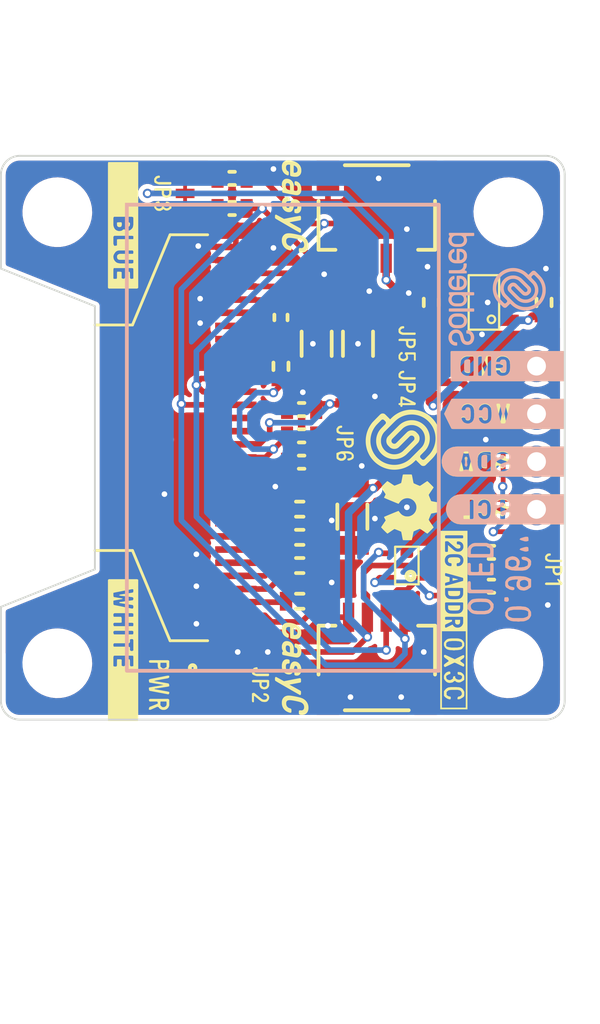
<source format=kicad_pcb>
(kicad_pcb (version 20211014) (generator pcbnew)
  (title_block (title "OLED 0.96\"") (date "2021-11-26") (rev "V1.2.2.") (company "SOLDERED") (comment 1 "333099"))
  (layers (0 "F.Cu" signal) (31 "B.Cu" signal) (34 "B.Paste" user) (35 "F.Paste" user) (36 "B.SilkS" user "B.Silkscreen") (37 "F.SilkS" user "F.Silkscreen") (38 "B.Mask" user) (39 "F.Mask" user) (44 "Edge.Cuts" user))
  (net 0 "")
  (net 1 "GND")
  (net 2 "Net-(C1-Pad2)")
  (net 3 "3V3")
  (net 4 "Net-(C5-Pad1)")
  (net 5 "Net-(C5-Pad2)")
  (net 6 "Net-(C7-Pad1)")
  (net 7 "Net-(C8-Pad1)")
  (net 8 "Net-(C8-Pad2)")
  (net 9 "Net-(C9-Pad1)")
  (net 10 "Net-(D1-Pad1)")
  (net 11 "SCL_PULL5")
  (net 12 "VCC")
  (net 13 "SDA_PULL5")
  (net 14 "Net-(JP2-Pad2)")
  (net 15 "SCL_PULL3,3")
  (net 16 "SDA_PULL3,3")
  (net 17 "Net-(JP6-Pad1)")
  (net 18 "SCL3,3")
  (net 19 "SDA3,3")
  (net 20 "SDA5")
  (net 21 "SCL5")
  (net 22 "CS")
  (net 23 "RST")
  (net 24 "Net-(R9-Pad1)")
  (footprint "buzzardLabel" (layer "F.Cu") (at 136.3 103.7 -90)
    (fp_text reference "" (at 0 0 90) (layer "F.SilkS") (effects (font (size 1.27 1.27))))
    (fp_text value "" (at 0 0 90) (layer "F.SilkS") (effects (font (size 1.27 1.27))))
  )
  (footprint "e-radionica.com footprinti:HOLE_3.2mm" (layer "F.Cu") (at 154.7 128.7 -90)
    (fp_text reference "H1" hide)
    (fp_text value "HOLE_3.2mm" hide)
    (pad "" np_thru_hole circle locked (at 0 0 270) (size 3.2 3.2) (drill 3.2) (layers F&B.Cu *.Mask))
  )
  (footprint "buzzardLabel" (layer "F.Cu") (at 136.1 129.85 -90)
    (fp_text reference "" (at 0 0 90) (layer "F.SilkS") (effects (font (size 1.27 1.27))))
    (fp_text value "" (at 0 0 90) (layer "F.SilkS") (effects (font (size 1.27 1.27))))
  )
  (footprint "e-radionica.com footprinti:HOLE_3.2mm" (layer "F.Cu") (at 130.7 104.7 -90)
    (fp_text reference "H2" hide)
    (fp_text value "HOLE_3.2mm" hide)
    (pad "" np_thru_hole circle locked (at 0 0 270) (size 3.2 3.2) (drill 3.2) (layers F&B.Cu *.Mask))
  )
  (footprint "e-radionica.com footprinti:0603R" (layer "F.Cu") (at 153.8 124.6)
    (fp_text reference "R3")
    (fp_text value "10k")
    (pad "1" smd rect locked (at -0.775 0 90) (size 1 0.64) (layers "F.Cu" "F.Paste" "F.Mask") (net 20 "SDA5"))
    (pad "2" smd rect locked (at 0.775 0 90) (size 1 0.64) (layers "F.Cu" "F.Paste" "F.Mask") (net 13 "SDA_PULL5"))
  )
  (footprint "e-radionica.com footprinti:SMD_JUMPER" (layer "F.Cu") (at 146 115.2 -90)
    (fp_text reference "JP6")
    (fp_text value "SMD_JUMPER")
    (pad "1" smd rect (at -0.35 0 270) (size 0.5 1) (layers "F.Cu" "F.Mask") (net 17 "Net-(JP6-Pad1)"))
    (pad "2" smd rect (at 0.35 0 270) (size 0.5 1) (layers "F.Cu" "F.Mask") (net 3 "3V3"))
  )
  (footprint "e-radionica.com footprinti:1206C" (layer "F.Cu") (at 144.5 111.7 -90)
    (fp_text reference "C7")
    (fp_text value "10u")
    (pad "1" smd rect locked (at -1.525 0) (size 1.75 1) (layers "F.Cu" "F.Paste" "F.Mask") (net 6 "Net-(C7-Pad1)"))
    (pad "2" smd rect locked (at 1.525 0) (size 1.75 1) (layers "F.Cu" "F.Paste" "F.Mask") (net 1 "GND"))
  )
  (footprint "e-radionica.com footprinti:0402R" (layer "F.Cu") (at 138.6 129.85 -90)
    (fp_text reference "R5")
    (fp_text value "2k2")
    (pad "1" smd rect locked (at -0.5 0) (size 0.64 0.54) (layers "F.Cu" "F.Paste" "F.Mask") (net 14 "Net-(JP2-Pad2)"))
    (pad "2" smd rect locked (at 0.5 0) (size 0.64 0.54) (layers "F.Cu" "F.Paste" "F.Mask") (net 10 "Net-(D1-Pad1)"))
  )
  (footprint "e-radionica.com footprinti:0603R" (layer "F.Cu") (at 142.6 110.3 -90)
    (fp_text reference "R9")
    (fp_text value "390k")
    (pad "1" smd rect locked (at -0.775 0) (size 1 0.64) (layers "F.Cu" "F.Paste" "F.Mask") (net 24 "Net-(R9-Pad1)"))
    (pad "2" smd rect locked (at 0.775 0) (size 1 0.64) (layers "F.Cu" "F.Paste" "F.Mask") (net 1 "GND"))
  )
  (footprint "e-radionica.com footprinti:FIDUCIAL_23" (layer "F.Cu") (at 135.3 116.8 -90)
    (fp_text reference "FD1")
    (fp_text value "FIDUCIAL")
    (fp_circle (center 0 0) (end 1 0) (layer "F.Cu") (width 0.2) (fill none))
    (pad "1" smd circle (at 0 0 270) (size 1 1) (layers "F.Cu" "F.Paste" "F.Mask") (clearance 1.1))
  )
  (footprint "e-radionica.com footprinti:HEADER_MALE_4X1" (layer "F.Cu") (at 156.2 116.7 -90)
    (fp_text reference "K3")
    (fp_text value "HEADER_MALE_4X1")
    (pad "1" thru_hole circle locked (at -3.81 0 270) (size 1.7 1.7) (drill 1) (layers *.Cu *.Mask) (net 1 "GND"))
    (pad "2" thru_hole circle locked (at -1.27 0 270) (size 1.7 1.7) (drill 1) (layers *.Cu *.Mask) (net 12 "VCC"))
    (pad "3" thru_hole circle locked (at 1.27 0 270) (size 1.7 1.7) (drill 1) (layers *.Cu *.Mask) (net 20 "SDA5"))
    (pad "4" thru_hole circle locked (at 3.81 0 270) (size 1.7 1.7) (drill 1) (layers *.Cu *.Mask) (net 21 "SCL5"))
  )
  (footprint "e-radionica.com footprinti:0402LED" (layer "F.Cu") (at 137.3 129.85 90)
    (fp_text reference "D1")
    (fp_text value "purple")
    (pad "1" smd rect locked (at -0.55 0 180) (size 0.75 0.45) (layers "F.Cu" "F.Paste" "F.Mask") (net 10 "Net-(D1-Pad1)"))
    (pad "2" smd rect locked (at 0.55 0 180) (size 0.75 0.45) (layers "F.Cu" "F.Paste" "F.Mask") (net 1 "GND"))
  )
  (footprint "e-radionica.com footprinti:0603R" (layer "F.Cu") (at 143.7 116.6)
    (fp_text reference "R7")
    (fp_text value "10k")
    (pad "1" smd rect locked (at -0.775 0 90) (size 1 0.64) (layers "F.Cu" "F.Paste" "F.Mask") (net 23 "RST"))
    (pad "2" smd rect locked (at 0.775 0 90) (size 1 0.64) (layers "F.Cu" "F.Paste" "F.Mask") (net 3 "3V3"))
  )
  (footprint "e-radionica.com footprinti:1206C" (layer "F.Cu") (at 146.4 120.9 -90)
    (fp_text reference "C3")
    (fp_text value "10u")
    (pad "1" smd rect locked (at -1.525 0) (size 1.75 1) (layers "F.Cu" "F.Paste" "F.Mask") (net 3 "3V3"))
    (pad "2" smd rect locked (at 1.525 0) (size 1.75 1) (layers "F.Cu" "F.Paste" "F.Mask") (net 1 "GND"))
  )
  (footprint "e-radionica.com footprinti:0603R" (layer "F.Cu") (at 143.7 115.2)
    (fp_text reference "R8")
    (fp_text value "10k")
    (pad "1" smd rect locked (at -0.775 0 90) (size 1 0.64) (layers "F.Cu" "F.Paste" "F.Mask") (net 1 "GND"))
    (pad "2" smd rect locked (at 0.775 0 90) (size 1 0.64) (layers "F.Cu" "F.Paste" "F.Mask") (net 17 "Net-(JP6-Pad1)"))
  )
  (footprint "buzzardLabel" (layer "F.Cu") (at 158.1 115.43 180)
    (fp_text reference "" (at 0 0) (layer "F.SilkS") (effects (font (size 1.27 1.27))))
    (fp_text value "" (at 0 0) (layer "F.SilkS") (effects (font (size 1.27 1.27))))
  )
  (footprint "e-radionica.com footprinti:0603C" (layer "F.Cu") (at 156.6 109.5 -90)
    (fp_text reference "C1")
    (fp_text value "2u2")
    (pad "1" smd rect locked (at -0.73 0 270) (size 0.66 1) (layers "F.Cu" "F.Paste" "F.Mask") (net 1 "GND"))
    (pad "2" smd rect locked (at 0.73 0 270) (size 0.66 1) (layers "F.Cu" "F.Paste" "F.Mask") (net 2 "Net-(C1-Pad2)"))
  )
  (footprint "Soldered Graphics:Logo-Front-easyC-5mm" (layer "F.Cu") (at 143.2 129 -90)
    (fp_text reference "G***" hide)
    (fp_text value "LOGO" hide)
  )
  (footprint "e-radionica.com footprinti:0603R" (layer "F.Cu") (at 143.7 118)
    (fp_text reference "R6")
    (fp_text value "10k")
    (pad "1" smd rect locked (at -0.775 0 90) (size 1 0.64) (layers "F.Cu" "F.Paste" "F.Mask") (net 22 "CS"))
    (pad "2" smd rect locked (at 0.775 0 90) (size 1 0.64) (layers "F.Cu" "F.Paste" "F.Mask") (net 3 "3V3"))
  )
  (footprint "e-radionica.com footprinti:SOT-363" (layer "F.Cu") (at 149.3 123.5 180)
    (fp_text reference "U1")
    (fp_text value "NMOS-DUAL")
    (pad "1" smd rect (at -0.92 -0.65 270) (size 0.3 0.66) (layers "F.Cu" "F.Paste" "F.Mask") (net 19 "SDA3,3"))
    (pad "2" smd rect (at -0.92 0 270) (size 0.3 0.66) (layers "F.Cu" "F.Paste" "F.Mask") (net 3 "3V3"))
    (pad "3" smd rect (at -0.92 0.65 270) (size 0.3 0.66) (layers "F.Cu" "F.Paste" "F.Mask") (net 21 "SCL5"))
    (pad "4" smd rect (at 0.92 0.65 270) (size 0.3 0.66) (layers "F.Cu" "F.Paste" "F.Mask") (net 18 "SCL3,3"))
    (pad "5" smd rect (at 0.92 0 270) (size 0.3 0.66) (layers "F.Cu" "F.Paste" "F.Mask") (net 3 "3V3"))
    (pad "6" smd rect (at 0.92 -0.65 270) (size 0.3 0.66) (layers "F.Cu" "F.Paste" "F.Mask") (net 20 "SDA5"))
  )
  (footprint "e-radionica.com footprinti:SMD_JUMPER_3_PAD_TRACE" (layer "F.Cu") (at 155.9 123.7 -90)
    (fp_text reference "JP1")
    (fp_text value "SMD_JUMPER_3_PAD_TRACE")
    (fp_poly (pts (xy -0.25 0.05) (xy -0.45 0.05) (xy -0.45 -0.05) (xy -0.25 -0.05)) (layer "F.Cu") (width 0.1) (fill solid))
    (fp_poly (pts (xy 0.45 0.05) (xy 0.25 0.05) (xy 0.25 -0.05) (xy 0.45 -0.05)) (layer "F.Cu") (width 0.1) (fill solid))
    (pad "1" smd rect (at -0.7 0 90) (size 0.5 1) (layers "F.Cu" "F.Mask") (net 11 "SCL_PULL5"))
    (pad "2" smd custom (at 0 0 90) (size 0.5 1) (layers "F.Cu" "F.Mask") (net 12 "VCC") (options (clearance outline) (anchor rect)) (primitives))
    (pad "3" smd rect (at 0.7 0 90) (size 0.5 1) (layers "F.Cu" "F.Mask") (net 13 "SDA_PULL5"))
  )
  (footprint "Soldered Graphics:Symbol-Front-I2C-ADDR-Field" (layer "F.Cu") (at 151.8 126.4 -90)
    (fp_text reference "REF**" hide)
    (fp_text value "Symbol-Front-I2C-ADDR-Field" hide)
  )
  (footprint "e-radionica.com footprinti:0603C" (layer "F.Cu") (at 143.6 125.4)
    (fp_text reference "C8")
    (fp_text value "2u2")
    (pad "1" smd rect locked (at -0.73 0) (size 0.66 1) (layers "F.Cu" "F.Paste" "F.Mask") (net 7 "Net-(C8-Pad1)"))
    (pad "2" smd rect locked (at 0.73 0) (size 0.66 1) (layers "F.Cu" "F.Paste" "F.Mask") (net 8 "Net-(C8-Pad2)"))
  )
  (footprint "buzzardLabel" (layer "F.Cu") (at 158.1 120.51 180)
    (fp_text reference "" (at 0 0) (layer "F.SilkS") (effects (font (size 1.27 1.27))))
    (fp_text value "" (at 0 0) (layer "F.SilkS") (effects (font (size 1.27 1.27))))
  )
  (footprint "e-radionica.com footprinti:SMD_JUMPER" (layer "F.Cu") (at 150.5 111.7 90)
    (fp_text reference "JP5")
    (fp_text value "SMD_JUMPER")
    (pad "1" smd rect (at -0.35 0 90) (size 0.5 1) (layers "F.Cu" "F.Mask") (net 12 "VCC"))
    (pad "2" smd rect (at 0.35 0 90) (size 0.5 1) (layers "F.Cu" "F.Mask") (net 3 "3V3"))
  )
  (footprint "Soldered Graphics:Logo-Front-easyC-5mm" (layer "F.Cu") (at 143.2 104.4 -90)
    (fp_text reference "G***" hide)
    (fp_text value "LOGO" hide)
  )
  (footprint "e-radionica.com footprinti:easyC-connector" (layer "F.Cu") (at 147.7 105)
    (fp_text reference "K2")
    (fp_text value "easyC-SMD")
    (pad "1" smd rect locked (at -1.5 2.15) (size 0.6 1.55) (layers "F.Cu" "F.Paste" "F.Mask") (net 18 "SCL3,3"))
    (pad "2" smd rect locked (at -0.5 2.15) (size 0.6 1.55) (layers "F.Cu" "F.Paste" "F.Mask") (net 19 "SDA3,3"))
    (pad "3" smd rect locked (at 0.5 2.15) (size 0.6 1.55) (layers "F.Cu" "F.Paste" "F.Mask") (net 3 "3V3"))
    (pad "4" smd rect locked (at 1.5 2.15) (size 0.6 1.55) (layers "F.Cu" "F.Paste" "F.Mask") (net 1 "GND"))
    (pad "5" smd rect locked (at 2.6 -2.15) (size 1.2 1.8) (layers "F.Cu" "F.Paste" "F.Mask") (net 1 "GND"))
    (pad "5" smd rect locked (at -2.6 -2.15) (size 1.2 1.8) (layers "F.Cu" "F.Paste" "F.Mask") (net 1 "GND"))
  )
  (footprint "e-radionica.com footprinti:SMD-JUMPER-CONNECTED_TRACE_SLODERMASK" (layer "F.Cu") (at 150.5 114.1 90)
    (fp_text reference "JP4")
    (fp_text value "SMD-JUMPER-CONNECTED_TRACE_SLODERMASK")
    (fp_poly (pts (xy 0.1 0.1) (xy -0.1 0.1) (xy -0.1 -0.1) (xy 0.1 -0.1)) (layer "F.Cu") (width 0.1) (fill solid))
    (pad "1" smd rect (at -0.35 0 90) (size 0.5 1) (layers "F.Cu" "F.Mask") (net 2 "Net-(C1-Pad2)"))
    (pad "2" smd rect (at 0.35 0 90) (size 0.5 1) (layers "F.Cu" "F.Mask") (net 12 "VCC"))
  )
  (footprint "e-radionica.com footprinti:0603R" (layer "F.Cu") (at 140 102.9)
    (fp_text reference "R1")
    (fp_text value "10k")
    (pad "1" smd rect locked (at -0.775 0 90) (size 1 0.64) (layers "F.Cu" "F.Paste" "F.Mask") (net 16 "SDA_PULL3,3"))
    (pad "2" smd rect locked (at 0.775 0 90) (size 1 0.64) (layers "F.Cu" "F.Paste" "F.Mask") (net 19 "SDA3,3"))
  )
  (footprint "buzzardLabel" (layer "F.Cu") (at 157.1 123.7 -90)
    (fp_text reference "" (at 0 0 90) (layer "F.SilkS") (effects (font (size 1.27 1.27))))
    (fp_text value "" (at 0 0 90) (layer "F.SilkS") (effects (font (size 1.27 1.27))))
  )
  (footprint "e-radionica.com footprinti:easyC-connector" (layer "F.Cu") (at 147.7 128.4 180)
    (fp_text reference "K1")
    (fp_text value "easyC-SMD")
    (pad "1" smd rect locked (at -1.5 2.15 180) (size 0.6 1.55) (layers "F.Cu" "F.Paste" "F.Mask") (net 18 "SCL3,3"))
    (pad "2" smd rect locked (at -0.5 2.15 180) (size 0.6 1.55) (layers "F.Cu" "F.Paste" "F.Mask") (net 19 "SDA3,3"))
    (pad "3" smd rect locked (at 0.5 2.15 180) (size 0.6 1.55) (layers "F.Cu" "F.Paste" "F.Mask") (net 3 "3V3"))
    (pad "4" smd rect locked (at 1.5 2.15 180) (size 0.6 1.55) (layers "F.Cu" "F.Paste" "F.Mask") (net 1 "GND"))
    (pad "5" smd rect locked (at 2.6 -2.15 180) (size 1.2 1.8) (layers "F.Cu" "F.Paste" "F.Mask") (net 1 "GND"))
    (pad "5" smd rect locked (at -2.6 -2.15 180) (size 1.2 1.8) (layers "F.Cu" "F.Paste" "F.Mask") (net 1 "GND"))
  )
  (footprint "e-radionica.com footprinti:HOLE_3.2mm" (layer "F.Cu") (at 130.7 128.7 -90)
    (fp_text reference "H3" hide)
    (fp_text value "HOLE_3.2mm" hide)
    (pad "" np_thru_hole circle locked (at 0 0 270) (size 3.2 3.2) (drill 3.2) (layers F&B.Cu *.Mask))
  )
  (footprint "e-radionica.com footprinti:OLED_GME128x64_30p" (layer "F.Cu") (at 140.2 116.7 90)
    (fp_text reference "U3")
    (fp_text value "OLED_GME12864_30p")
    (pad "1" smd rect locked (at -10.15 0 90) (size 0.35 2.2) (layers "F.Cu" "F.Paste" "F.Mask") (net 1 "GND"))
    (pad "2" smd rect locked (at -9.45 0 90) (size 0.35 2.2) (layers "F.Cu" "F.Paste" "F.Mask") (net 8 "Net-(C8-Pad2)"))
    (pad "3" smd rect locked (at -8.75 0 90) (size 0.35 2.2) (layers "F.Cu" "F.Paste" "F.Mask") (net 7 "Net-(C8-Pad1)"))
    (pad "4" smd rect locked (at -8.05 0 90) (size 0.35 2.2) (layers "F.Cu" "F.Paste" "F.Mask") (net 5 "Net-(C5-Pad2)"))
    (pad "5" smd rect locked (at -7.35 0 90) (size 0.35 2.2) (layers "F.Cu" "F.Paste" "F.Mask") (net 4 "Net-(C5-Pad1)"))
    (pad "6" smd rect locked (at -6.65 0 90) (size 0.35 2.2) (layers "F.Cu" "F.Paste" "F.Mask") (net 3 "3V3"))
    (pad "7" smd rect locked (at -5.95 0 90) (size 0.35 2.2) (layers "F.Cu" "F.Paste" "F.Mask"))
    (pad "8" smd rect locked (at -5.25 0 90) (size 0.35 2.2) (layers "F.Cu" "F.Paste" "F.Mask") (net 1 "GND"))
    (pad "9" smd rect locked (at -4.55 0 90) (size 0.35 2.2) (layers "F.Cu" "F.Paste" "F.Mask") (net 3 "3V3"))
    (pad "10" smd rect locked (at -3.85 0 90) (size 0.35 2.2) (layers "F.Cu" "F.Paste" "F.Mask") (net 1 "GND"))
    (pad "11" smd rect locked (at -3.15 0 90) (size 0.35 2.2) (layers "F.Cu" "F.Paste" "F.Mask") (net 3 "3V3"))
    (pad "12" smd rect locked (at -2.45 0 90) (size 0.35 2.2) (layers "F.Cu" "F.Paste" "F.Mask") (net 1 "GND"))
    (pad "13" smd rect locked (at -1.75 0 90) (size 0.35 2.2) (layers "F.Cu" "F.Paste" "F.Mask") (net 22 "CS"))
    (pad "14" smd rect locked (at -1.05 0 90) (size 0.35 2.2) (layers "F.Cu" "F.Paste" "F.Mask") (net 23 "RST"))
    (pad "15" smd rect locked (at -0.35 0 90) (size 0.35 2.2) (layers "F.Cu" "F.Paste" "F.Mask") (net 17 "Net-(JP6-Pad1)"))
    (pad "16" smd rect locked (at 0.35 0 90) (size 0.35 2.2) (layers "F.Cu" "F.Paste" "F.Mask"))
    (pad "17" smd rect locked (at 1.05 0 90) (size 0.35 2.2) (layers "F.Cu" "F.Paste" "F.Mask"))
    (pad "18" smd rect locked (at 1.75 0 90) (size 0.35 2.2) (layers "F.Cu" "F.Paste" "F.Mask") (net 18 "SCL3,3"))
    (pad "19" smd rect locked (at 2.45 0 90) (size 0.35 2.2) (layers "F.Cu" "F.Paste" "F.Mask") (net 19 "SDA3,3"))
    (pad "20" smd rect locked (at 3.15 0 90) (size 0.35 2.2) (layers "F.Cu" "F.Paste" "F.Mask") (net 19 "SDA3,3"))
    (pad "21" smd rect locked (at 3.85 0 90) (size 0.35 2.2) (layers "F.Cu" "F.Paste" "F.Mask"))
    (pad "22" smd rect locked (at 4.55 0 90) (size 0.35 2.2) (layers "F.Cu" "F.Paste" "F.Mask"))
    (pad "23" smd rect locked (at 5.25 0 90) (size 0.35 2.2) (layers "F.Cu" "F.Paste" "F.Mask"))
    (pad "24" smd rect locked (at 5.95 0 90) (size 0.35 2.2) (layers "F.Cu" "F.Paste" "F.Mask"))
    (pad "25" smd rect locked (at 6.65 0 90) (size 0.35 2.2) (layers "F.Cu" "F.Paste" "F.Mask"))
    (pad "26" smd rect locked (at 7.35 0 90) (size 0.35 2.2) (layers "F.Cu" "F.Paste" "F.Mask") (net 24 "Net-(R9-Pad1)"))
    (pad "27" smd rect locked (at 8.05 0 90) (size 0.35 2.2) (layers "F.Cu" "F.Paste" "F.Mask") (net 6 "Net-(C7-Pad1)"))
    (pad "28" smd rect locked (at 8.75 0 90) (size 0.35 2.2) (layers "F.Cu" "F.Paste" "F.Mask") (net 9 "Net-(C9-Pad1)"))
    (pad "29" smd rect locked (at 9.45 0 90) (size 0.35 2.2) (layers "F.Cu" "F.Paste" "F.Mask") (net 1 "GND"))
    (pad "30" smd rect locked (at 10.15 0 90) (size 0.35 2.2) (layers "F.Cu" "F.Paste" "F.Mask") (net 1 "GND"))
  )
  (footprint "buzzardLabel" (layer "F.Cu") (at 151.8 129 -90)
    (fp_text reference "" (at 0 0 90) (layer "F.SilkS") (effects (font (size 1.27 1.27))))
    (fp_text value "" (at 0 0 90) (layer "F.SilkS") (effects (font (size 1.27 1.27))))
  )
  (footprint "e-radionica.com footprinti:0603C" (layer "F.Cu") (at 142.6 112.9 90)
    (fp_text reference "C10")
    (fp_text value "100n")
    (pad "1" smd rect locked (at -0.73 0 90) (size 0.66 1) (layers "F.Cu" "F.Paste" "F.Mask") (net 23 "RST"))
    (pad "2" smd rect locked (at 0.73 0 90) (size 0.66 1) (layers "F.Cu" "F.Paste" "F.Mask") (net 1 "GND"))
  )
  (footprint "buzzardLabel" (layer "F.Cu") (at 149.3 111.7 -90)
    (fp_text reference "" (at 0 0 90) (layer "F.SilkS") (effects (font (size 1.27 1.27))))
    (fp_text value "" (at 0 0 90) (layer "F.SilkS") (effects (font (size 1.27 1.27))))
  )
  (footprint "Soldered Graphics:Logo-Back-SolderedVERTICAL-6mm" (layer "F.Cu") (at 154.1 108.8 -90)
    (fp_text reference "G***" hide)
    (fp_text value "LOGO" hide)
  )
  (footprint "e-radionica.com footprinti:0603R" (layer "F.Cu") (at 140 104.5 180)
    (fp_text reference "R4")
    (fp_text value "10k")
    (pad "1" smd rect locked (at -0.775 0 270) (size 1 0.64) (layers "F.Cu" "F.Paste" "F.Mask") (net 18 "SCL3,3"))
    (pad "2" smd rect locked (at 0.775 0 270) (size 1 0.64) (layers "F.Cu" "F.Paste" "F.Mask") (net 15 "SCL_PULL3,3"))
  )
  (footprint "Soldered Graphics:Logo-Front-Soldered-4mm" (layer "F.Cu") (at 149.1 116.8 90)
    (fp_text reference "G***" hide)
    (fp_text value "LOGO" hide)
  )
  (footprint "e-radionica.com footprinti:0603C" (layer "F.Cu") (at 143.6 122)
    (fp_text reference "C6")
    (fp_text value "100n")
    (pad "1" smd rect locked (at -0.73 0) (size 0.66 1) (layers "F.Cu" "F.Paste" "F.Mask") (net 3 "3V3"))
    (pad "2" smd rect locked (at 0.73 0) (size 0.66 1) (layers "F.Cu" "F.Paste" "F.Mask") (net 1 "GND"))
  )
  (footprint "Soldered Graphics:Logo-Front-OSH-3.5mm" (layer "F.Cu") (at 149.5 120.4 -90)
    (fp_text reference "G***" hide)
    (fp_text value "LOGO" hide)
  )
  (footprint "Soldered Graphics:Version1.1.1." (layer "F.Cu") (at 128.5 129.7 -90)
    (fp_text reference "REF**" hide)
    (fp_text value "Version1.1.1." hide)
    (fp_poly (pts (xy -1.15 0.35) (xy -1.1 0.35) (xy -1.07 0.31) (xy -0.92 -0.1) (xy -0.94 -0.13) (xy -0.99 -0.13) (xy -1.02 -0.1) (xy -1.11 0.16) (xy -1.13 0.21) (xy -1.15 0.17) (xy -1.24 -0.09) (xy -1.26 -0.13) (xy -1.32 -0.13) (xy -1.34 -0.1) (xy -1.18 0.31) (xy -1.15 0.35)) (layer "F.Cu") (width 0.01) (fill solid))
    (fp_poly (pts (xy 0.21 0.35) (xy 0.26 0.35) (xy 0.28 0.31) (xy 0.28 -0.35) (xy 0.24 -0.38) (xy 0.19 -0.38) (xy 0.15 -0.34) (xy 0.04 -0.22) (xy 0.02 -0.17) (xy 0.05 -0.16) (xy 0.14 -0.22) (xy 0.18 -0.23) (xy 0.18 0.31) (xy 0.21 0.35)) (layer "F.Cu") (width 0.01) (fill solid))
    (fp_poly (pts (xy -0.27 0.38) (xy -0.22 0.38) (xy -0.17 0.37) (xy -0.16 0.33) (xy -0.16 0.27) (xy -0.21 0.26) (xy -0.26 0.26) (xy -0.29 0.29) (xy -0.29 0.34) (xy -0.27 0.38)) (layer "F.Cu") (width 0.01) (fill solid))
    (fp_poly (pts (xy 0.91 0.35) (xy 0.96 0.35) (xy 0.98 0.31) (xy 0.98 -0.35) (xy 0.95 -0.38) (xy 0.89 -0.38) (xy 0.86 -0.34) (xy 0.74 -0.22) (xy 0.73 -0.17) (xy 0.76 -0.16) (xy 0.85 -0.22) (xy 0.89 -0.23) (xy 0.89 0.31) (xy 0.91 0.35)) (layer "F.Cu") (width 0.01) (fill solid))
    (fp_poly (pts (xy -0.5 0.35) (xy -0.44 0.35) (xy -0.43 0.31) (xy -0.43 -0.35) (xy -0.46 -0.38) (xy -0.52 -0.38) (xy -0.55 -0.34) (xy -0.67 -0.22) (xy -0.68 -0.17) (xy -0.65 -0.16) (xy -0.56 -0.22) (xy -0.52 -0.23) (xy -0.52 0.31) (xy -0.5 0.35)) (layer "F.Cu") (width 0.01) (fill solid))
    (fp_poly (pts (xy 1.14 0.38) (xy 1.19 0.38) (xy 1.24 0.37) (xy 1.25 0.33) (xy 1.25 0.27) (xy 1.2 0.26) (xy 1.15 0.26) (xy 1.12 0.29) (xy 1.12 0.34) (xy 1.14 0.38)) (layer "F.Cu") (width 0.01) (fill solid))
    (fp_poly (pts (xy 0.43 0.38) (xy 0.48 0.38) (xy 0.54 0.37) (xy 0.54 0.33) (xy 0.54 0.27) (xy 0.5 0.26) (xy 0.45 0.26) (xy 0.42 0.29) (xy 0.42 0.34) (xy 0.43 0.38)) (layer "F.Cu") (width 0.01) (fill solid))
  )
  (footprint "e-radionica.com footprinti:0603R" (layer "F.Cu") (at 153.8 122.8 180)
    (fp_text reference "R2")
    (fp_text value "10k")
    (pad "1" smd rect locked (at -0.775 0 270) (size 1 0.64) (layers "F.Cu" "F.Paste" "F.Mask") (net 11 "SCL_PULL5"))
    (pad "2" smd rect locked (at 0.775 0 270) (size 1 0.64) (layers "F.Cu" "F.Paste" "F.Mask") (net 21 "SCL5"))
  )
  (footprint "e-radionica.com footprinti:0603C" (layer "F.Cu") (at 150.6 109.5 -90)
    (fp_text reference "C2")
    (fp_text value "2u2")
    (pad "1" smd rect locked (at -0.73 0 270) (size 0.66 1) (layers "F.Cu" "F.Paste" "F.Mask") (net 1 "GND"))
    (pad "2" smd rect locked (at 0.73 0 270) (size 0.66 1) (layers "F.Cu" "F.Paste" "F.Mask") (net 3 "3V3"))
  )
  (footprint "buzzardLabel" (layer "F.Cu") (at 149.3 114.1 -90)
    (fp_text reference "" (at 0 0 90) (layer "F.SilkS") (effects (font (size 1.27 1.27))))
    (fp_text value "" (at 0 0 90) (layer "F.SilkS") (effects (font (size 1.27 1.27))))
  )
  (footprint "buzzardLabel" (layer "F.Cu") (at 158.1 112.89 180)
    (fp_text reference "" (at 0 0) (layer "F.SilkS") (effects (font (size 1.27 1.27))))
    (fp_text value "" (at 0 0) (layer "F.SilkS") (effects (font (size 1.27 1.27))))
  )
  (footprint "e-radionica.com footprinti:HOLE_3.2mm" (layer "F.Cu") (at 154.7 104.7 -90)
    (fp_text reference "H4" hide)
    (fp_text value "HOLE_3.2mm" hide)
    (pad "" np_thru_hole circle locked (at 0 0 270) (size 3.2 3.2) (drill 3.2) (layers F&B.Cu *.Mask))
  )
  (footprint "e-radionica.com footprinti:0603C" (layer "F.Cu") (at 143.6 120.5)
    (fp_text reference "C4")
    (fp_text value "1u")
    (pad "1" smd rect locked (at -0.73 0) (size 0.66 1) (layers "F.Cu" "F.Paste" "F.Mask") (net 3 "3V3"))
    (pad "2" smd rect locked (at 0.73 0) (size 0.66 1) (layers "F.Cu" "F.Paste" "F.Mask") (net 1 "GND"))
  )
  (footprint "buzzardLabel" (layer "F.Cu") (at 146 117 -90)
    (fp_text reference "" (at 0 0 90) (layer "F.SilkS") (effects (font (size 1.27 1.27))))
    (fp_text value "" (at 0 0 90) (layer "F.SilkS") (effects (font (size 1.27 1.27))))
  )
  (footprint "e-radionica.com footprinti:SMD-JUMPER-CONNECTED_TRACE_SLODERMASK" (layer "F.Cu") (at 140.3 129.85 90)
    (fp_text reference "JP2")
    (fp_text value "SMD-JUMPER-CONNECTED_TRACE_SLODERMASK")
    (fp_poly (pts (xy 0.1 0.1) (xy -0.1 0.1) (xy -0.1 -0.1) (xy 0.1 -0.1)) (layer "F.Cu") (width 0.1) (fill solid))
    (pad "1" smd rect (at -0.35 0 90) (size 0.5 1) (layers "F.Cu" "F.Mask") (net 3 "3V3"))
    (pad "2" smd rect (at 0.35 0 90) (size 0.5 1) (layers "F.Cu" "F.Mask") (net 14 "Net-(JP2-Pad2)"))
  )
  (footprint "buzzardLabel" (layer "F.Cu") (at 134.2 105.4 -90)
    (fp_text reference "" (at 0 0 90) (layer "F.SilkS") (effects (font (size 1.27 1.27))))
    (fp_text value "" (at 0 0 90) (layer "F.SilkS") (effects (font (size 1.27 1.27))))
  )
  (footprint "buzzardLabel" (layer "F.Cu") (at 134.2 128 -90)
    (fp_text reference "" (at 0 0 90) (layer "F.SilkS") (effects (font (size 1.27 1.27))))
    (fp_text value "" (at 0 0 90) (layer "F.SilkS") (effects (font (size 1.27 1.27))))
  )
  (footprint "buzzardLabel" (layer "F.Cu") (at 158.1 117.97 180)
    (fp_text reference "" (at 0 0) (layer "F.SilkS") (effects (font (size 1.27 1.27))))
    (fp_text value "" (at 0 0) (layer "F.SilkS") (effects (font (size 1.27 1.27))))
  )
  (footprint "e-radionica.com footprinti:0603C" (layer "F.Cu") (at 143.6 123.5)
    (fp_text reference "C5")
    (fp_text value "2u2")
    (pad "1" smd rect locked (at -0.73 0) (size 0.66 1) (layers "F.Cu" "F.Paste" "F.Mask") (net 4 "Net-(C5-Pad1)"))
    (pad "2" smd rect locked (at 0.73 0) (size 0.66 1) (layers "F.Cu" "F.Paste" "F.Mask") (net 5 "Net-(C5-Pad2)"))
  )
  (footprint "e-radionica.com footprinti:SOT-23-5" (layer "F.Cu") (at 153.4 109.5 180)
    (fp_text reference "U2")
    (fp_text value "SE5218")
    (pad "1" smd rect (at -1.3 -0.95 180) (size 1.1 0.6) (layers "F.Cu" "F.Paste" "F.Mask") (net 2 "Net-(C1-Pad2)"))
    (pad "2" smd rect (at -1.3 0 180) (size 1.1 0.6) (layers "F.Cu" "F.Paste" "F.Mask") (net 1 "GND"))
    (pad "3" smd rect (at -1.3 0.95 180) (size 1.1 0.6) (layers "F.Cu" "F.Paste" "F.Mask") (net 2 "Net-(C1-Pad2)"))
    (pad "4" smd rect (at 1.3 0.95 180) (size 1.1 0.6) (layers "F.Cu" "F.Paste" "F.Mask"))
    (pad "5" smd rect (at 1.3 -0.95 180) (size 1.1 0.6) (layers "F.Cu" "F.Paste" "F.Mask") (net 3 "3V3"))
  )
  (footprint "e-radionica.com footprinti:1206C" (layer "F.Cu") (at 146.7 111.7 -90)
    (fp_text reference "C9")
    (fp_text value "10u")
    (pad "1" smd rect locked (at -1.525 0) (size 1.75 1) (layers "F.Cu" "F.Paste" "F.Mask") (net 9 "Net-(C9-Pad1)"))
    (pad "2" smd rect locked (at 1.525 0) (size 1.75 1) (layers "F.Cu" "F.Paste" "F.Mask") (net 1 "GND"))
  )
  (footprint "e-radionica.com footprinti:SMD_JUMPER_3_PAD_TRACE" (layer "F.Cu") (at 137.5 103.7 90)
    (fp_text reference "JP3")
    (fp_text value "SMD_JUMPER_3_PAD_TRACE")
    (fp_poly (pts (xy 0.45 0.05) (xy 0.25 0.05) (xy 0.25 -0.05) (xy 0.45 -0.05)) (layer "F.Cu") (width 0.1) (fill solid))
    (fp_poly (pts (xy -0.25 0.05) (xy -0.45 0.05) (xy -0.45 -0.05) (xy -0.25 -0.05)) (layer "F.Cu") (width 0.1) (fill solid))
    (pad "1" smd rect (at -0.7 0 270) (size 0.5 1) (layers "F.Cu" "F.Mask") (net 15 "SCL_PULL3,3"))
    (pad "2" smd custom (at 0 0 270) (size 0.5 1) (layers "F.Cu" "F.Mask") (net 3 "3V3") (options (clearance outline) (anchor rect)) (primitives))
    (pad "3" smd rect (at 0.7 0 270) (size 0.5 1) (layers "F.Cu" "F.Mask") (net 16 "SDA_PULL3,3"))
  )
  (footprint "buzzardLabel" (layer "F.Cu") (at 141.5 129.85 -90)
    (fp_text reference "" (at 0 0 90) (layer "F.SilkS") (effects (font (size 1.27 1.27))))
    (fp_text value "" (at 0 0 90) (layer "F.SilkS") (effects (font (size 1.27 1.27))))
  )
  (footprint "buzzardLabel" (layer "B.Cu") (at 158.1 120.51 180)
    (fp_text reference "" (at 0 0) (layer "B.SilkS") (effects (font (size 1.27 1.27)) (justify mirror)))
    (fp_text value "" (at 0 0) (layer "B.SilkS") (effects (font (size 1.27 1.27)) (justify mirror)))
  )
  (footprint "buzzardLabel" (layer "B.Cu") (at 158.1 115.43 180)
    (fp_text reference "" (at 0 0) (layer "B.SilkS") (effects (font (size 1.27 1.27)) (justify mirror)))
    (fp_text value "" (at 0 0) (layer "B.SilkS") (effects (font (size 1.27 1.27)) (justify mirror)))
  )
  (footprint "buzzardLabel" (layer "B.Cu") (at 155.2 124.2 90)
    (fp_text reference "" (at 0 0 90) (layer "B.SilkS") (effects (font (size 1.27 1.27)) (justify mirror)))
    (fp_text value "" (at 0 0 90) (layer "B.SilkS") (effects (font (size 1.27 1.27)) (justify mirror)))
  )
  (footprint "buzzardLabel" (layer "B.Cu") (at 158.1 112.89 180)
    (fp_text reference "" (at 0 0) (layer "B.SilkS") (effects (font (size 1.27 1.27)) (justify mirror)))
    (fp_text value "" (at 0 0) (layer "B.SilkS") (effects (font (size 1.27 1.27)) (justify mirror)))
  )
  (footprint "buzzardLabel" (layer "B.Cu") (at 153.2 124.2 90)
    (fp_text reference "" (at 0 0 90) (layer "B.SilkS") (effects (font (size 1.27 1.27)) (justify mirror)))
    (fp_text value "" (at 0 0 90) (layer "B.SilkS") (effects (font (size 1.27 1.27)) (justify mirror)))
  )
  (footprint "buzzardLabel" (layer "B.Cu") (at 158.1 117.97 180)
    (fp_text reference "" (at 0 0) (layer "B.SilkS") (effects (font (size 1.27 1.27)) (justify mirror)))
    (fp_text value "" (at 0 0) (layer "B.SilkS") (effects (font (size 1.27 1.27)) (justify mirror)))
  )
  (gr_rect locked (start 134.4 104.3) (end 151 129.1) (layer "B.SilkS") (width 0.2) (fill none))
  (gr_line (start 138.7 127.5) (end 136.7 127.5) (layer "F.SilkS") (width 0.15))
  (gr_line (start 136.7 105.9) (end 134.7 110.7) (layer "F.SilkS") (width 0.15))
  (gr_line (start 138.7 105.9) (end 136.7 105.9) (layer "F.SilkS") (width 0.15))
  (gr_line (start 136.7 127.5) (end 134.7 122.7) (layer "F.SilkS") (width 0.15))
  (gr_line (start 134.7 110.7) (end 132.7 110.7) (layer "F.SilkS") (width 0.15))
  (gr_line (start 134.7 122.7) (end 132.7 122.7) (layer "F.SilkS") (width 0.15))
  (gr_arc (start 127.7 102.7) (mid 127.992893 101.992893) (end 128.7 101.7) (layer "Edge.Cuts") (width 0.1))
  (gr_line (start 156.7 131.7) (end 128.7 131.7) (layer "Edge.Cuts") (width 0.1))
  (gr_arc (start 128.7 131.7) (mid 127.992893 131.407107) (end 127.7 130.7) (layer "Edge.Cuts") (width 0.1))
  (gr_line (start 157.7 102.7) (end 157.7 130.7) (layer "Edge.Cuts") (width 0.1))
  (gr_arc (start 157.7 130.7) (mid 157.407107 131.407107) (end 156.7 131.7) (layer "Edge.Cuts") (width 0.1))
  (gr_line (start 132.7 123.7) (end 127.7 125.7) (layer "Edge.Cuts") (width 0.1))
  (gr_arc (start 156.7 101.7) (mid 157.407107 101.992893) (end 157.7 102.7) (layer "Edge.Cuts") (width 0.1))
  (gr_line (start 128.7 101.7) (end 156.7 101.7) (layer "Edge.Cuts") (width 0.1))
  (gr_line (start 132.7 109.7) (end 132.7 123.7) (layer "Edge.Cuts") (width 0.1))
  (gr_line (start 127.7 107.7) (end 127.7 102.7) (layer "Edge.Cuts") (width 0.1))
  (gr_line (start 132.7 109.7) (end 127.7 107.7) (layer "Edge.Cuts") (width 0.1))
  (gr_line (start 127.7 130.7) (end 127.7 125.7) (layer "Edge.Cuts") (width 0.1))
  (via (at 147.6 114.5) (size 0.5) (drill 0.3) (layers "F.Cu" "B.Cu") (net 1))
  (via (at 141.9 128.1) (size 0.5) (drill 0.3) (layers "F.Cu" "B.Cu") (net 1))
  (via (at 140.3 128.1) (size 0.5) (drill 0.3) (layers "F.Cu" "B.Cu") (net 1))
  (via (at 138.1 126.6) (size 0.5) (drill 0.3) (layers "F.Cu" "B.Cu") (net 1))
  (via (at 145.1 126.7) (size 0.5) (drill 0.3) (layers "F.Cu" "B.Cu") (net 1))
  (via (at 147.3 108.9) (size 0.5) (drill 0.3) (layers "F.Cu" "B.Cu") (net 1))
  (via (at 145.3 124.4) (size 0.5) (drill 0.3) (layers "F.Cu" "B.Cu") (net 1))
  (via (at 153.5 116.8) (size 0.5) (drill 0.3) (layers "F.Cu" "B.Cu") (net 1))
  (via (at 138.1 124.6) (size 0.5) (drill 0.3) (layers "F.Cu" "B.Cu") (net 1))
  (via (at 136.4 119.7) (size 0.5) (drill 0.3) (layers "F.Cu" "B.Cu") (net 1))
  (via (at 149.3 105.6) (size 0.5) (drill 0.3) (layers "F.Cu" "B.Cu") (net 1))
  (via (at 150.4 107.6) (size 0.5) (drill 0.3) (layers "F.Cu" "B.Cu") (net 1))
  (via (at 156.7 107.7) (size 0.5) (drill 0.3) (layers "F.Cu" "B.Cu") (net 1))
  (via (at 145.3 121.1) (size 0.5) (drill 0.3) (layers "F.Cu" "B.Cu") (net 1))
  (via (at 149.3 120.4) (size 0.5) (drill 0.3) (layers "F.Cu" "B.Cu") (net 1))
  (via (at 142.2 106.6) (size 0.5) (drill 0.3) (layers "F.Cu" "B.Cu") (net 1))
  (via (at 147.8 102.9) (size 0.5) (drill 0.3) (layers "F.Cu" "B.Cu") (net 1))
  (via (at 156.8 125.6) (size 0.5) (drill 0.3) (layers "F.Cu" "B.Cu") (net 1))
  (via (at 144.9 108) (size 0.5) (drill 0.3) (layers "F.Cu" "B.Cu") (net 1))
  (via (at 153.6 109.5) (size 0.5) (drill 0.3) (layers "F.Cu" "B.Cu") (net 1))
  (via (at 149.4 109) (size 0.5) (drill 0.3) (layers "F.Cu" "B.Cu") (net 1))
  (via (at 150.2 128.1) (size 0.5) (drill 0.3) (layers "F.Cu" "B.Cu") (net 1))
  (via (at 146.9 118.2) (size 0.5) (drill 0.3) (layers "F.Cu" "B.Cu") (net 1))
  (via (at 138.3 109.3) (size 0.5) (drill 0.3) (layers "F.Cu" "B.Cu") (net 1))
  (via (at 149 130.5) (size 0.5) (drill 0.3) (layers "F.Cu" "B.Cu") (net 1))
  (via (at 138.2 106.5) (size 0.5) (drill 0.3) (layers "F.Cu" "B.Cu") (net 1))
  (via (at 153.3 111.2) (size 0.5) (drill 0.3) (layers "F.Cu" "B.Cu") (net 1))
  (via (at 147.6 121) (size 0.5) (drill 0.3) (layers "F.Cu" "B.Cu") (net 1))
  (via (at 144.3 111.7) (size 0.5) (drill 0.3) (layers "F.Cu" "B.Cu") (net 1))
  (via (at 142.2 102.4) (size 0.5) (drill 0.3) (layers "F.Cu" "B.Cu") (net 1))
  (via (at 138.1 122.9) (size 0.5) (drill 0.3) (layers "F.Cu" "B.Cu") (net 1))
  (via (at 146.7 111.7) (size 0.5) (drill 0.3) (layers "F.Cu" "B.Cu") (net 1))
  (via (at 146.3 130.5) (size 0.5) (drill 0.3) (layers "F.Cu" "B.Cu") (net 1))
  (via (at 142.3 119.3) (size 0.5) (drill 0.3) (layers "F.Cu" "B.Cu") (net 1))
  (via (at 143.763373 114.279365) (size 0.5) (drill 0.3) (layers "F.Cu" "B.Cu") (net 1))
  (via (at 138.3 110.6) (size 0.5) (drill 0.3) (layers "F.Cu" "B.Cu") (net 1))
  (segment (start 155.97 110.23) (end 156.5 110.23) (width 0.4) (layer "F.Cu") (net 2))
  (segment (start 155.75 110.45) (end 154.7 110.45) (width 0.4) (layer "F.Cu") (net 2))
  (segment (start 150.5 114.8) (end 150.7 115) (width 0.4) (layer "F.Cu") (net 2))
  (segment (start 150.5 114.45) (end 150.5 114.8) (width 0.4) (layer "F.Cu") (net 2))
  (segment (start 155.75 110.45) (end 155.97 110.23) (width 0.4) (layer "F.Cu") (net 2))
  (segment (start 152.9 109.2) (end 152.9 109.8) (width 0.254) (layer "F.Cu") (net 2))
  (segment (start 153.55 110.45) (end 154.7 110.45) (width 0.254) (layer "F.Cu") (net 2))
  (segment (start 152.9 109.8) (end 153.55 110.45) (width 0.254) (layer "F.Cu") (net 2))
  (segment (start 154.9 108.55) (end 153.55 108.55) (width 0.254) (layer "F.Cu") (net 2))
  (segment (start 153.55 108.55) (end 152.9 109.2) (width 0.254) (layer "F.Cu") (net 2))
  (via (at 155.75 110.45) (size 0.5) (drill 0.3) (layers "F.Cu" "B.Cu") (net 2))
  (via (at 150.7 115) (size 0.5) (drill 0.3) (layers "F.Cu" "B.Cu") (net 2))
  (segment (start 155.25 110.45) (end 155.75 110.45) (width 0.4) (layer "B.Cu") (net 2))
  (segment (start 150.7 115) (end 155.25 110.45) (width 0.4) (layer "B.Cu") (net 2))
  (segment (start 140.2 123.35) (end 141.45 123.35) (width 0.3) (layer "F.Cu") (net 3))
  (segment (start 147.625 119.375) (end 148.6 118.4) (width 0.4) (layer "F.Cu") (net 3))
  (segment (start 141.55 119.85) (end 142.1 120.4) (width 0.3) (layer "F.Cu") (net 3))
  (segment (start 142.4 121.9) (end 142.87 121.9) (width 0.3) (layer "F.Cu") (net 3))
  (segment (start 150.5 111.35) (end 150.5 110.23) (width 0.4) (layer "F.Cu") (net 3))
  (segment (start 146 115.55) (end 146 115.7) (width 0.25) (layer "F.Cu") (net 3))
  (segment (start 147.2 126.25) (end 147.2 127.3) (width 0.4) (layer "F.Cu") (net 3))
  (segment (start 142.87 120.23) (end 143.725 119.375) (width 0.4) (layer "F.Cu") (net 3))
  (segment (start 142.1 120.4) (end 142.87 120.4) (width 0.3) (layer "F.Cu") (net 3))
  (segment (start 146.4 128.1) (end 143.6 128.1) (width 0.3) (layer "F.Cu") (net 3))
  (segment (start 146 115.7) (end 145.3 116.4) (width 0.25) (layer "F.Cu") (net 3))
  (segment (start 142 122.8) (end 142 122.3) (width 0.3) (layer "F.Cu") (net 3))
  (segment (start 141.45 123.35) (end 142 122.8) (width 0.3) (layer "F.Cu") (net 3))
  (segment (start 147.4 123.5) (end 147 123.9) (width 0.3) (layer "F.Cu") (net 3))
  (segment (start 148.2 107.15) (end 148.2 108.3) (width 0.4) (layer "F.Cu") (net 3))
  (segment (start 150.5 110.23) (end 149.37 110.23) (width 0.4) (layer "F.Cu") (net 3))
  (segment (start 148.6 108.7) (end 148.6 111) (width 0.4) (layer "F.Cu") (net 3))
  (segment (start 147.2 127.3) (end 146.4 128.1) (width 0.3) (layer "F.Cu") (net 3))
  (segment (start 141.75 121.25) (end 142.6 120.4) (width 0.3) (layer "F.Cu") (net 3))
  (segment (start 145.3 116.4) (end 144.475 116.4) (width 0.25) (layer "F.Cu") (net 3))
  (segment (start 151.88 110.23) (end 152.1 110.45) (width 0.4) (layer "F.Cu") (net 3))
  (segment (start 147 124.9) (end 147.2 125.1) (width 0.3) (layer "F.Cu") (net 3))
  (segment (start 144.475 117.8) (end 144.475 118.375) (width 0.4) (layer "F.Cu") (net 3))
  (segment (start 145.2 119.1) (end 145.475 119.375) (width 0.4) (layer "F.Cu") (net 3))
  (segment (start 142.87 121.9) (end 142.87 120.4) (width 0.4) (layer "F.Cu") (net 3))
  (segment (start 142 122.3) (end 142.4 121.9) (width 0.3) (layer "F.Cu") (net 3))
  (segment (start 140.2 121.25) (end 141.75 121.25) (width 0.3) (layer "F.Cu") (net 3))
  (segment (start 147 123.9) (end 147 124.9) (width 0.3) (layer "F.Cu") (net 3))
  (segment (start 143.725 119.375) (end 145.475 119.375) (width 0.4) (layer "F.Cu") (net 3))
  (segment (start 148.6 118.4) (end 148.6 111) (width 0.4) (layer "F.Cu") (net 3))
  (segment (start 150.5 110.23) (end 151.88 110.23) (width 0.4) (layer "F.Cu") (net 3))
  (segment (start 149.37 110.23) (end 148.6 111) (width 0.4) (layer "F.Cu") (net 3))
  (segment (start 144.475 118.375) (end 145.2 119.1) (width 0.4) (layer "F.Cu") (net 3))
  (segment (start 150.22 123.5) (end 148.38 123.5) (width 0.3) (layer "F.Cu") (net 3))
  (segment (start 142.87 120.4) (end 142.87 120.23) (width 0.4) (layer "F.Cu") (net 3))
  (segment (start 148.2 108.3) (end 148.6 108.7) (width 0.4) (layer "F.Cu") (net 3))
  (segment (start 137.5 103.7) (end 135.5 103.7) (width 0.3) (layer "F.Cu") (net 3))
  (segment (start 142.6 120.4) (end 142.87 120.4) (width 0.3) (layer "F.Cu") (net 3))
  (segment (start 144.475 117.8) (end 144.475 116.4) (width 0.4) (layer "F.Cu") (net 3))
  (segment (start 140.2 119.85) (end 141.55 119.85) (width 0.3) (layer "F.Cu") (net 3))
  (segment (start 148.38 123.5) (end 147.4 123.5) (width 0.3) (layer "F.Cu") (net 3))
  (segment (start 143.6 128.1) (end 141.5 130.2) (width 0.3) (layer "F.Cu") (net 3))
  (segment (start 145.475 119.375) (end 147.625 119.375) (width 0.4) (layer "F.Cu") (net 3))
  (segment (start 147.2 125.1) (end 147.2 126.25) (width 0.3) (layer "F.Cu") (net 3))
  (segment (start 141.5 130.2) (end 140.3 130.2) (width 0.3) (layer "F.Cu") (net 3))
  (via (at 147.2 127.3) (size 0.5) (drill 0.3) (layers "F.Cu" "B.Cu") (net 3))
  (via (at 147.5 119.4) (size 0.5) (drill 0.3) (layers "F.Cu" "B.Cu") (net 3))
  (via (at 135.5 103.7) (size 0.5) (drill 0.3) (layers "F.Cu" "B.Cu") (net 3))
  (via (at 148.2 108.3) (size 0.5) (drill 0.3) (layers "F.Cu" "B.Cu") (net 3))
  (segment (start 148.2 105.9) (end 148.2 108.3) (width 0.3) (layer "B.Cu") (net 3))
  (segment (start 146 103.7) (end 148.2 105.9) (width 0.3) (layer "B.Cu") (net 3))
  (segment (start 146.2 126.3) (end 147.2 127.3) (width 0.4) (layer "B.Cu") (net 3))
  (segment (start 135.5 103.7) (end 146 103.7) (width 0.3) (layer "B.Cu") (net 3))
  (segment (start 147.5 119.4) (end 146.2 120.7) (width 0.4) (layer "B.Cu") (net 3))
  (segment (start 146.2 120.7) (end 146.2 126.3) (width 0.4) (layer "B.Cu") (net 3))
  (segment (start 141.75 124.05) (end 142.3 123.5) (width 0.3) (layer "F.Cu") (net 4))
  (segment (start 142.3 123.5) (end 142.87 123.5) (width 0.3) (layer "F.Cu") (net 4))
  (segment (start 140.2 124.05) (end 141.75 124.05) (width 0.3) (layer "F.Cu") (net 4))
  (segment (start 141.95 124.75) (end 142.3 124.4) (width 0.3) (layer "F.Cu") (net 5))
  (segment (start 143.43 124.4) (end 144.33 123.5) (width 0.3) (layer "F.Cu") (net 5))
  (segment (start 142.3 124.4) (end 143.43 124.4) (width 0.3) (layer "F.Cu") (net 5))
  (segment (start 140.2 124.75) (end 141.95 124.75) (width 0.3) (layer "F.Cu") (net 5))
  (segment (start 140.2 108.65) (end 143.443572 108.65) (width 0.3) (layer "F.Cu") (net 6))
  (segment (start 144.5 109.706428) (end 144.5 110.175) (width 0.3) (layer "F.Cu") (net 6))
  (segment (start 143.443572 108.65) (end 144.5 109.706428) (width 0.3) (layer "F.Cu") (net 6))
  (segment (start 140.2 125.45) (end 142.82 125.45) (width 0.3) (layer "F.Cu") (net 7))
  (segment (start 142.82 125.45) (end 142.87 125.4) (width 0.3) (layer "F.Cu") (net 7))
  (segment (start 143.7 126.5) (end 144.33 125.87) (width 0.3) (layer "F.Cu") (net 8))
  (segment (start 142.1 126.5) (end 143.7 126.5) (width 0.3) (layer "F.Cu") (net 8))
  (segment (start 144.33 125.87) (end 144.33 125.4) (width 0.3) (layer "F.Cu") (net 8))
  (segment (start 141.75 126.15) (end 142.1 126.5) (width 0.3) (layer "F.Cu") (net 8))
  (segment (start 140.2 126.15) (end 141.75 126.15) (width 0.3) (layer "F.Cu") (net 8))
  (segment (start 140.2 107.95) (end 143.45 107.95) (width 0.3) (layer "F.Cu") (net 9))
  (segment (start 145.425 108.9) (end 146.7 110.175) (width 0.3) (layer "F.Cu") (net 9))
  (segment (start 144.4 108.9) (end 145.425 108.9) (width 0.3) (layer "F.Cu") (net 9))
  (segment (start 143.45 107.95) (end 144.4 108.9) (width 0.3) (layer "F.Cu") (net 9))
  (segment (start 138.6 130.35) (end 137.35 130.35) (width 0.3) (layer "F.Cu") (net 10))
  (segment (start 137.35 130.35) (end 137.3 130.4) (width 0.3) (layer "F.Cu") (net 10))
  (segment (start 154.575 122.8) (end 155.7 122.8) (width 0.3) (layer "F.Cu") (net 11))
  (segment (start 155.7 122.8) (end 155.9 123) (width 0.3) (layer "F.Cu") (net 11))
  (segment (start 152.25 113.75) (end 150.5 113.75) (width 0.4) (layer "F.Cu") (net 12))
  (segment (start 156.6 122.2) (end 157.1 122.7) (width 0.254) (layer "F.Cu") (net 12))
  (segment (start 155.07 115.43) (end 156.2 115.43) (width 0.4) (layer "F.Cu") (net 12))
  (segment (start 154.948022 121.7) (end 155.448022 122.2) (width 0.254) (layer "F.Cu") (net 12))
  (segment (start 153.93 115.43) (end 155.07 115.43) (width 0.4) (layer "F.Cu") (net 12))
  (segment (start 157.1 123.5) (end 156.9 123.7) (width 0.254) (layer "F.Cu") (net 12))
  (segment (start 150.5 113.75) (end 150.5 112.05) (width 0.4) (layer "F.Cu") (net 12))
  (segment (start 152.25 113.75) (end 153.93 115.43) (width 0.4) (layer "F.Cu") (net 12))
  (segment (start 156.9 123.7) (end 155.9 123.7) (width 0.254) (layer "F.Cu") (net 12))
  (segment (start 157.1 122.7) (end 157.1 123.5) (width 0.254) (layer "F.Cu") (net 12))
  (segment (start 155.448022 122.2) (end 156.6 122.2) (width 0.254) (layer "F.Cu") (net 12))
  (segment (start 154.423911 116.076089) (end 155.07 115.43) (width 0.254) (layer "F.Cu") (net 12))
  (segment (start 153.9 121.7) (end 154.948022 121.7) (width 0.254) (layer "F.Cu") (net 12))
  (segment (start 154.4 119.3) (end 154.423911 119.276089) (width 0.254) (layer "F.Cu") (net 12))
  (segment (start 154.423911 119.276089) (end 154.423911 116.076089) (width 0.254) (layer "F.Cu") (net 12))
  (via (at 153.9 121.7) (size 0.5) (drill 0.3) (layers "F.Cu" "B.Cu") (net 12))
  (via (at 154.4 119.3) (size 0.5) (drill 0.3) (layers "F.Cu" "B.Cu") (net 12))
  (segment (start 154.4 121.2) (end 153.9 121.7) (width 0.254) (layer "B.Cu") (net 12))
  (segment (start 154.4 119.3) (end 154.4 121.2) (width 0.254) (layer "B.Cu") (net 12))
  (segment (start 154.575 124.6) (end 155.7 124.6) (width 0.3) (layer "F.Cu") (net 13))
  (segment (start 155.7 124.6) (end 155.9 124.4) (width 0.3) (layer "F.Cu") (net 13))
  (segment (start 140.15 129.35) (end 140.3 129.5) (width 0.3) (layer "F.Cu") (net 14))
  (segment (start 138.6 129.35) (end 140.15 129.35) (width 0.3) (layer "F.Cu") (net 14))
  (segment (start 137.6 104.5) (end 137.5 104.4) (width 0.3) (layer "F.Cu") (net 15))
  (segment (start 139.225 104.5) (end 137.6 104.5) (width 0.3) (layer "F.Cu") (net 15))
  (segment (start 139.225 102.9) (end 137.6 102.9) (width 0.3) (layer "F.Cu") (net 16))
  (segment (start 137.6 102.9) (end 137.5 103) (width 0.3) (layer "F.Cu") (net 16))
  (segment (start 142 115.9) (end 142 116.5) (width 0.3) (layer "F.Cu") (net 17))
  (segment (start 145.2 114.9) (end 145.95 114.9) (width 0.3) (layer "F.Cu") (net 17))
  (segment (start 141.45 117.05) (end 140.2 117.05) (width 0.3) (layer "F.Cu") (net 17))
  (segment (start 142 116.5) (end 141.45 117.05) (width 0.3) (layer "F.Cu") (net 17))
  (segment (start 144.575 114.9) (end 144.475 115) (width 0.3) (layer "F.Cu") (net 17))
  (segment (start 145.2 114.9) (end 144.575 114.9) (width 0.3) (layer "F.Cu") (net 17))
  (segment (start 145.95 114.9) (end 146 114.85) (width 0.3) (layer "F.Cu") (net 17))
  (via (at 145.2 114.9) (size 0.5) (drill 0.3) (layers "F.Cu" "B.Cu") (net 17))
  (via (at 142 115.9) (size 0.5) (drill 0.3) (layers "F.Cu" "B.Cu") (net 17))
  (segment (start 144.2 115.9) (end 145.2 114.9) (width 0.3) (layer "B.Cu") (net 17))
  (segment (start 142 115.9) (end 144.2 115.9) (width 0.3) (layer "B.Cu") (net 17))
  (segment (start 137.3 114.9) (end 137.35 114.95) (width 0.3) (layer "F.Cu") (net 18))
  (segment (start 141.6 104.5) (end 144.25 107.15) (width 0.3) (layer "F.Cu") (net 18))
  (segment (start 147.85 122.85) (end 148.38 122.85) (width 0.3) (layer "F.Cu") (net 18))
  (segment (start 140.775 104.5) (end 141.6 104.5) (width 0.3) (layer "F.Cu") (net 18))
  (segment (start 144.25 107.15) (end 146.2 107.15) (width 0.3) (layer "F.Cu") (net 18))
  (segment (start 137.35 114.95) (end 140.2 114.95) (width 0.3) (layer "F.Cu") (net 18))
  (segment (start 149.2 127.4) (end 149.2 126.25) (width 0.3) (layer "F.Cu") (net 18))
  (segment (start 147.8 122.8) (end 147.85 122.85) (width 0.3) (layer "F.Cu") (net 18))
  (via (at 147.8 122.8) (size 0.5) (drill 0.3) (layers "F.Cu" "B.Cu") (net 18))
  (via (at 149.2 127.4) (size 0.5) (drill 0.3) (layers "F.Cu" "B.Cu") (net 18))
  (via (at 141.6 104.5) (size 0.5) (drill 0.3) (layers "F.Cu" "B.Cu") (net 18))
  (via (at 137.3 114.9) (size 0.5) (drill 0.3) (layers "F.Cu" "B.Cu") (net 18))
  (segment (start 147 123.6) (end 147 125.2) (width 0.3) (layer "B.Cu") (net 18))
  (segment (start 148.6 128.8) (end 149.2 128.2) (width 0.3) (layer "B.Cu") (net 18))
  (segment (start 137.3 108.8) (end 141.6 104.5) (width 0.3) (layer "B.Cu") (net 18))
  (segment (start 137.3 121.1) (end 145 128.8) (width 0.3) (layer "B.Cu") (net 18))
  (segment (start 137.3 114.9) (end 137.3 108.8) (width 0.3) (layer "B.Cu") (net 18))
  (segment (start 137.3 114.9) (end 137.3 121.1) (width 0.3) (layer "B.Cu") (net 18))
  (segment (start 145 128.8) (end 148.6 128.8) (width 0.3) (layer "B.Cu") (net 18))
  (segment (start 147.8 122.8) (end 147 123.6) (width 0.3) (layer "B.Cu") (net 18))
  (segment (start 147 125.2) (end 149.2 127.4) (width 0.3) (layer "B.Cu") (net 18))
  (segment (start 149.2 128.2) (end 149.2 127.4) (width 0.3) (layer "B.Cu") (net 18))
  (segment (start 149.95 124.15) (end 150.22 124.15) (width 0.3) (layer "F.Cu") (net 19))
  (segment (start 140.775 102.9) (end 141.6 102.9) (width 0.3) (layer "F.Cu") (net 19))
  (segment (start 148.2 125.4) (end 148.8 124.8) (width 0.3) (layer "F.Cu") (net 19))
  (segment (start 141.6 102.9) (end 144 105.3) (width 0.3) (layer "F.Cu") (net 19))
  (segment (start 140.2 114.25) (end 138.45 114.25) (width 0.3) (layer "F.Cu") (net 19))
  (segment (start 138.1 113.9) (end 138.45 114.25) (width 0.3) (layer "F.Cu") (net 19))
  (segment (start 148.8 124.8) (end 149.3 124.8) (width 0.3) (layer "F.Cu") (net 19))
  (segment (start 146.2 105.3) (end 147.2 106.3) (width 0.3) (layer "F.Cu") (net 19))
  (segment (start 149.3 124.8) (end 149.95 124.15) (width 0.3) (layer "F.Cu") (net 19))
  (segment (start 138.35 113.55) (end 140.2 113.55) (width 0.3) (layer "F.Cu") (net 19))
  (segment (start 147.2 106.3) (end 147.2 107.15) (width 0.3) (layer "F.Cu") (net 19))
  (segment (start 148.2 126.25) (end 148.2 125.4) (width 0.3) (layer "F.Cu") (net 19))
  (segment (start 138.1 113.9) (end 138.1 113.8) (width 0.3) (layer "F.Cu") (net 19))
  (segment (start 148.2 128) (end 148.2 126.25) (width 0.3) (layer "F.Cu") (net 19))
  (segment (start 144.9 105.3) (end 146.2 105.3) (width 0.3) (layer "F.Cu") (net 19))
  (segment (start 138.1 113.8) (end 138.35 113.55) (width 0.3) (layer "F.Cu") (net 19))
  (segment (start 144 105.3) (end 144.9 105.3) (width 0.3) (layer "F.Cu") (net 19))
  (via (at 144.9 105.3) (size 0.5) (drill 0.3) (layers "F.Cu" "B.Cu") (net 19))
  (via (at 148.2 128) (size 0.5) (drill 0.3) (layers "F.Cu" "B.Cu") (net 19))
  (via (at 138.1 113.9) (size 0.5) (drill 0.3) (layers "F.Cu" "B.Cu") (net 19))
  (segment (start 145.2 128) (end 138.1 120.9) (width 0.3) (layer "B.Cu") (net 19))
  (segment (start 148.2 128) (end 145.2 128) (width 0.3) (layer "B.Cu") (net 19))
  (segment (start 138.1 120.9) (end 138.1 113.9) (width 0.3) (layer "B.Cu") (net 19))
  (segment (start 138.1 113.9) (end 138.1 112.1) (width 0.3) (layer "B.Cu") (net 19))
  (segment (start 138.1 112.1) (end 144.9 105.3) (width 0.3) (layer "B.Cu") (net 19))
  (segment (start 147.5995 124.4) (end 147.8495 124.15) (width 0.3) (layer "F.Cu") (net 20))
  (segment (start 147.8495 124.15) (end 148.38 124.15) (width 0.3) (layer "F.Cu") (net 20))
  (segment (start 150.5 125.1) (end 152.525 125.1) (width 0.3) (layer "F.Cu") (net 20))
  (segment (start 152.525 125.1) (end 153.025 124.6) (width 0.3) (layer "F.Cu") (net 20))
  (via (at 147.5995 124.4) (size 0.5) (drill 0.3) (layers "F.Cu" "B.Cu") (net 20))
  (via (at 150.5 125.1) (size 0.5) (drill 0.3) (layers "F.Cu" "B.Cu") (net 20))
  (segment (start 147.5995 124.4) (end 149.8 124.4) (width 0.3) (layer "B.Cu") (net 20))
  (segment (start 154.23 117.97) (end 147.8 124.4) (width 0.3) (layer "B.Cu") (net 20))
  (segment (start 156.2 117.97) (end 154.23 117.97) (width 0.3) (layer "B.Cu") (net 20))
  (segment (start 149.8 124.4) (end 150.5 125.1) (width 0.3) (layer "B.Cu") (net 20))
  (segment (start 147.8 124.4) (end 147.5995 124.4) (width 0.3) (layer "B.Cu") (net 20))
  (segment (start 152.975 122.85) (end 153.025 122.8) (width 0.3) (layer "F.Cu") (net 21))
  (segment (start 153.025 122.8) (end 153.025 121.475) (width 0.3) (layer "F.Cu") (net 21))
  (segment (start 150.22 122.85) (end 152.975 122.85) (width 0.3) (layer "F.Cu") (net 21))
  (segment (start 153.99 120.51) (end 156.2 120.51) (width 0.3) (layer "F.Cu") (net 21))
  (segment (start 153.025 121.475) (end 153.99 120.51) (width 0.3) (layer "F.Cu") (net 21))
  (segment (start 142.925 118) (end 142.475 118.45) (width 0.3) (layer "F.Cu") (net 22))
  (segment (start 142.475 118.45) (end 140.2 118.45) (width 0.3) (layer "F.Cu") (net 22))
  (segment (start 142.925 117.8) (end 142.925 118) (width 0.3) (layer "F.Cu") (net 22))
  (segment (start 142.925 116.6) (end 141.775 117.75) (width 0.3) (layer "F.Cu") (net 23))
  (segment (start 141.775 117.75) (end 140.2 117.75) (width 0.3) (layer "F.Cu") (net 23))
  (segment (start 142.925 116.4) (end 142.925 116.6) (width 0.3) (layer "F.Cu") (net 23))
  (segment (start 142.6 113.63) (end 142.6 113.9) (width 0.3) (layer "F.Cu") (net 23))
  (segment (start 142.6 113.9) (end 142.2 114.3) (width 0.3) (layer "F.Cu") (net 23))
  (via (at 142.199402 117.306243) (size 0.5) (drill 0.3) (layers "F.Cu" "B.Cu") (net 23))
  (via (at 142.2 114.3) (size 0.5) (drill 0.3) (layers "F.Cu" "B.Cu") (net 23))
  (segment (start 140.4 115.2) (end 141.3 114.3) (width 0.3) (layer "B.Cu") (net 23))
  (segment (start 141.3 114.3) (end 142.2 114.3) (width 0.3) (layer "B.Cu") (net 23))
  (segment (start 140.4 116.6) (end 140.4 115.2) (width 0.3) (layer "B.Cu") (net 23))
  (segment (start 142.199402 117.306243) (end 141.106243 117.306243) (width 0.3) (layer "B.Cu") (net 23))
  (segment (start 141.106243 117.306243) (end 140.4 116.6) (width 0.3) (layer "B.Cu") (net 23))
  (segment (start 142.425 109.35) (end 142.6 109.525) (width 0.25) (layer "F.Cu") (net 24))
  (segment (start 140.2 109.35) (end 142.425 109.35) (width 0.25) (layer "F.Cu") (net 24))
  (zone (net 1) (net_name "GND") (layers F&B.Cu) (connect_pads (clearance 0.254)) (min_thickness 0.254) (fill yes (thermal_gap 0.254) (thermal_bridge_width 0.3))
    (polygon (pts (xy 127.7 131.7) (xy 127.7 101.7) (xy 157.7 101.7) (xy 157.7 131.7)))
  )
)
</source>
